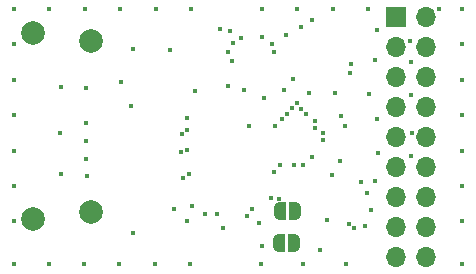
<source format=gbr>
G04 #@! TF.GenerationSoftware,KiCad,Pcbnew,7.0.6+dfsg-1*
G04 #@! TF.CreationDate,2023-08-23T13:02:18+02:00*
G04 #@! TF.ProjectId,GPDI_ULX3S,47504449-5f55-44c5-9833-532e6b696361,1.6*
G04 #@! TF.SameCoordinates,Original*
G04 #@! TF.FileFunction,Soldermask,Bot*
G04 #@! TF.FilePolarity,Negative*
%FSLAX46Y46*%
G04 Gerber Fmt 4.6, Leading zero omitted, Abs format (unit mm)*
G04 Created by KiCad (PCBNEW 7.0.6+dfsg-1) date 2023-08-23 13:02:18*
%MOMM*%
%LPD*%
G01*
G04 APERTURE LIST*
G04 Aperture macros list*
%AMFreePoly0*
4,1,19,0.500000,-0.750000,0.000000,-0.750000,0.000000,-0.744911,-0.071157,-0.744911,-0.207708,-0.704816,-0.327430,-0.627875,-0.420627,-0.520320,-0.479746,-0.390866,-0.500000,-0.250000,-0.500000,0.250000,-0.479746,0.390866,-0.420627,0.520320,-0.327430,0.627875,-0.207708,0.704816,-0.071157,0.744911,0.000000,0.744911,0.000000,0.750000,0.500000,0.750000,0.500000,-0.750000,0.500000,-0.750000,
$1*%
%AMFreePoly1*
4,1,19,0.000000,0.744911,0.071157,0.744911,0.207708,0.704816,0.327430,0.627875,0.420627,0.520320,0.479746,0.390866,0.500000,0.250000,0.500000,-0.250000,0.479746,-0.390866,0.420627,-0.520320,0.327430,-0.627875,0.207708,-0.704816,0.071157,-0.744911,0.000000,-0.744911,0.000000,-0.750000,-0.500000,-0.750000,-0.500000,0.750000,0.000000,0.750000,0.000000,0.744911,0.000000,0.744911,
$1*%
G04 Aperture macros list end*
%ADD10R,1.700000X1.700000*%
%ADD11O,1.700000X1.700000*%
%ADD12C,2.000000*%
%ADD13FreePoly0,180.000000*%
%ADD14FreePoly1,180.000000*%
%ADD15FreePoly0,0.000000*%
%ADD16FreePoly1,0.000000*%
%ADD17C,0.400000*%
G04 APERTURE END LIST*
D10*
X143764000Y-67310000D03*
D11*
X146304000Y-67310000D03*
X143764000Y-69850000D03*
X146304000Y-69850000D03*
X143764000Y-72390000D03*
X146304000Y-72390000D03*
X143764000Y-74930000D03*
X146304000Y-74930000D03*
X143764000Y-77470000D03*
X146304000Y-77470000D03*
X143764000Y-80010000D03*
X146304000Y-80010000D03*
X143764000Y-82550000D03*
X146304000Y-82550000D03*
X143764000Y-85090000D03*
X146304000Y-85090000D03*
X143764000Y-87630000D03*
X146304000Y-87630000D03*
D12*
X113069740Y-68670140D03*
X117969740Y-69270140D03*
X117969740Y-83770140D03*
X113069740Y-84370140D03*
D13*
X135225000Y-83675000D03*
D14*
X133925000Y-83675000D03*
D15*
X133875000Y-86375000D03*
D16*
X135175000Y-86375000D03*
D17*
X135052460Y-72525180D03*
X139902460Y-71985180D03*
X115392460Y-80555180D03*
X115362460Y-77085180D03*
X115392460Y-73205180D03*
X141622460Y-83605180D03*
X142022460Y-81135180D03*
X138402460Y-80675180D03*
X124652460Y-70035180D03*
X121522460Y-69955180D03*
X121502460Y-85535180D03*
X124952460Y-83505180D03*
X127582460Y-83985180D03*
X129112460Y-85165180D03*
X131175960Y-84135180D03*
X136642460Y-79115180D03*
X139032460Y-79505180D03*
X142262460Y-78825180D03*
X142142460Y-75925180D03*
X141532460Y-73755180D03*
X129582460Y-73125180D03*
X129532460Y-70275180D03*
X130672460Y-69025180D03*
X128842460Y-68255180D03*
X149342460Y-84585180D03*
X149342460Y-81585180D03*
X149342460Y-75585180D03*
X149342460Y-78585180D03*
X149342460Y-72585180D03*
X149342460Y-69585180D03*
X111412460Y-88205180D03*
X111422460Y-84585180D03*
X111422460Y-81585180D03*
X111422460Y-78585180D03*
X111422460Y-75585180D03*
X111422460Y-72585180D03*
X111422460Y-69585180D03*
X149382460Y-88145180D03*
X139532460Y-88185180D03*
X135872460Y-88185180D03*
X132362460Y-88205180D03*
X126362460Y-88205180D03*
X123362460Y-88205180D03*
X120362460Y-88205180D03*
X117362460Y-88205180D03*
X114362460Y-88205180D03*
X149372460Y-66585180D03*
X147422460Y-66585180D03*
X141422460Y-66585180D03*
X138422460Y-66585180D03*
X135422460Y-66585180D03*
X132422460Y-66585180D03*
X126422460Y-66585180D03*
X123422460Y-66585180D03*
X120422460Y-66585180D03*
X117422460Y-66585180D03*
X114422460Y-66585180D03*
X111422460Y-66585180D03*
X144982460Y-69315180D03*
X145022460Y-71085180D03*
X145072460Y-73875180D03*
X145082460Y-79055180D03*
X145102460Y-77075180D03*
X135412460Y-74545180D03*
X134942460Y-74995180D03*
X131602460Y-83495180D03*
X126508960Y-83305180D03*
X126082460Y-84585180D03*
X120522460Y-72770140D03*
X128642460Y-83995180D03*
X132412460Y-86655180D03*
X132212460Y-84675000D03*
X135103240Y-79802960D03*
X135883020Y-79828360D03*
X133452460Y-80405180D03*
X133942460Y-79785180D03*
X130913580Y-73444200D03*
X132569660Y-74119840D03*
X134281620Y-73416260D03*
X117563340Y-73258780D03*
X138652460Y-73705180D03*
X137974780Y-84437320D03*
X139112460Y-75635180D03*
X117578580Y-80767020D03*
X136652460Y-67555180D03*
X117560800Y-76263600D03*
X117568420Y-79263340D03*
X117563340Y-77749500D03*
X141134523Y-84984523D03*
X133565340Y-76482040D03*
X133440000Y-70204818D03*
X136442460Y-73685180D03*
X126095000Y-78535000D03*
X126105000Y-76865000D03*
X131353140Y-76474280D03*
X126786563Y-73556563D03*
X137356020Y-86975009D03*
X139427700Y-76540420D03*
X125775000Y-80935000D03*
X126105000Y-75855000D03*
X126268918Y-80578515D03*
X139965840Y-71291550D03*
X141973438Y-70936158D03*
X137625000Y-77671000D03*
X136925000Y-76671000D03*
X136134304Y-75484304D03*
X134115696Y-75884304D03*
X139788340Y-84772600D03*
X137625000Y-77079000D03*
X136925000Y-76079000D03*
X135715696Y-75065696D03*
X134534304Y-75465696D03*
X140189167Y-85135249D03*
X141325000Y-82175000D03*
X140845000Y-81284490D03*
X142152460Y-68415180D03*
X133907610Y-82646842D03*
X133162460Y-82595180D03*
X130002460Y-69465180D03*
X133304500Y-69545180D03*
X134432460Y-68765180D03*
X135775140Y-68125440D03*
X129742460Y-68475180D03*
X132411890Y-68965272D03*
X125579580Y-78671520D03*
X125645620Y-77162760D03*
X129872460Y-71015180D03*
X121347940Y-74815800D03*
M02*

</source>
